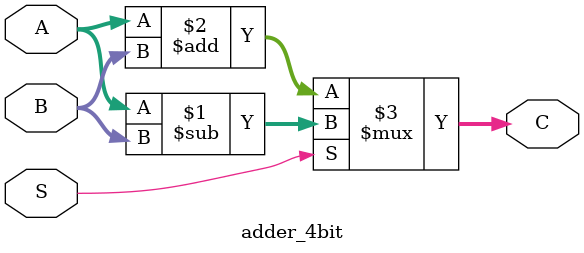
<source format=v>
module adder_4bit(
  input [3:0] A,
  input [3:0] B,
  input S,
  output [3:0] C
);

  assign C = S ? A - B : A + B;

endmodule
</source>
